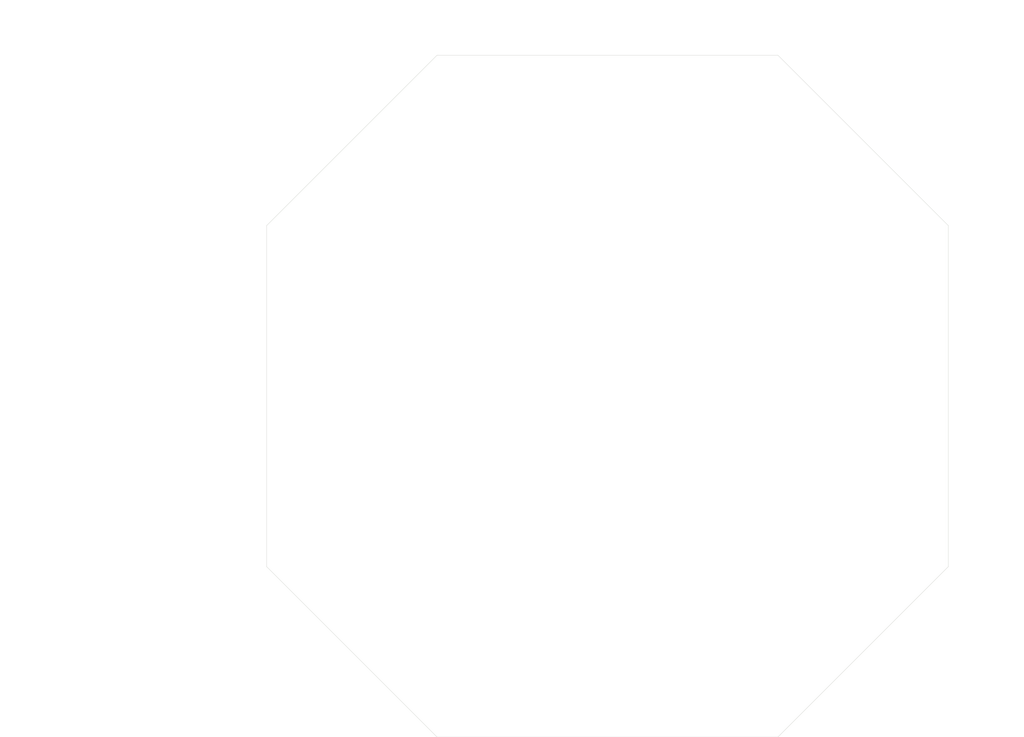
<source format=kicad_pcb>
(kicad_pcb (version 20240108) (generator "pcbnew") (generator_version "8.0")
  (layers (0 "F.Cu" signal "Signal") (1 "In1.Cu" power "Ground") (2 "In2.Cu" power "Power") (31 "B.Cu" signal "Back") (34 "B.Paste" user) (35 "F.Paste" user) (36 "B.SilkS" user "B.Silkscreen") (37 "F.SilkS" user "F.Silkscreen") (38 "B.Mask" user) (39 "F.Mask" user) (44 "Edge.Cuts" user))
  (net 0 "")
  (net 1 "GND")
  (net 2 "VIN")
  (gr_line (start 106 122) (end 131 147) (stroke (width 0.05)) (layer "Edge.Cuts"))
  (gr_line (start 131 147) (end 181 147) (stroke (width 0.05)) (layer "Edge.Cuts"))
  (gr_line (start 206 72) (end 181 47) (stroke (width 0.05)) (layer "Edge.Cuts"))
  (gr_line (start 106 122) (end 106 72) (stroke (width 0.05)) (layer "Edge.Cuts"))
  (gr_line (start 206 72) (end 206 122) (stroke (width 0.05)) (layer "Edge.Cuts"))
  (gr_line (start 131 47) (end 106 72) (stroke (width 0.05)) (layer "Edge.Cuts"))
  (gr_line (start 181 147) (end 206 122) (stroke (width 0.05)) (layer "Edge.Cuts"))
  (gr_line (start 131 47) (end 181 47) (stroke (width 0.05)) (layer "Edge.Cuts"))
)
</source>
